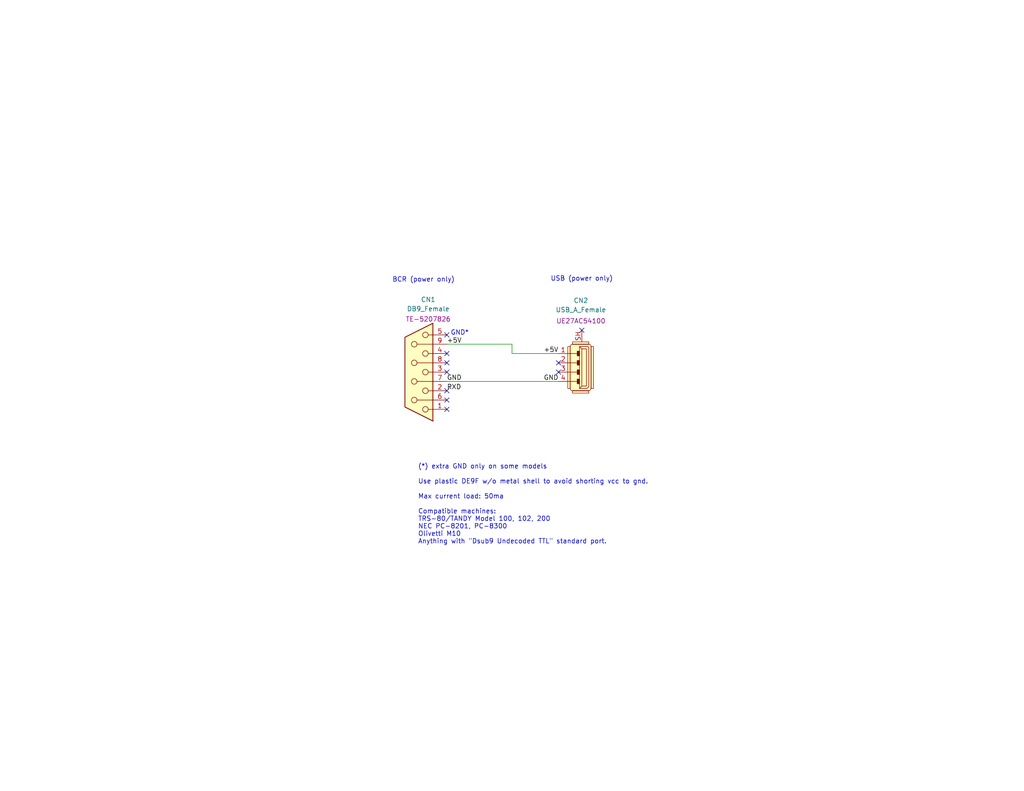
<source format=kicad_sch>
(kicad_sch (version 20231120) (generator "eeschema") (generator_version "8.0")
  (paper "USLetter")
  (title_block (title "BCR_USB_PWR") (date "2025-03-23") (rev "002") (company "Brian K. White") (comment 1 "CC-BY-SA") (comment 2 "Adapter to provide 5v USB power from the BCR port of a TRS-80 Model 100."))
  (lib_symbols
    (symbol "0_LOCAL:DB9_Female" (pin_names (offset 1.016) hide)
      (property "Reference" "J" (at 0 13.97 0))
      (property "Value" "DB9_Female" (at 0 -14.605 0))
      (symbol "DB9_Female_0_1"
        (circle (center -1.778 -10.16) (radius 0.762))
        (circle (center -1.778 -5.08) (radius 0.762))
        (circle (center -1.778 0) (radius 0.762))
        (circle (center -1.778 5.08) (radius 0.762))
        (circle (center -1.778 10.16) (radius 0.762))
        (polyline (pts (xy -3.81 -10.16) (xy -2.54 -10.16)))
        (polyline (pts (xy -3.81 -7.62) (xy 0.508 -7.62)))
        (polyline (pts (xy -3.81 -5.08) (xy -2.54 -5.08)))
        (polyline (pts (xy -3.81 -2.54) (xy 0.508 -2.54)))
        (polyline (pts (xy -3.81 0) (xy -2.54 0)))
        (polyline (pts (xy -3.81 2.54) (xy 0.508 2.54)))
        (polyline (pts (xy -3.81 5.08) (xy -2.54 5.08)))
        (polyline (pts (xy -3.81 7.62) (xy 0.508 7.62)))
        (polyline (pts (xy -3.81 10.16) (xy -2.54 10.16)))
        (polyline (pts (xy -3.81 13.335) (xy -3.81 -13.335) (xy 3.81 -9.525) (xy 3.81 9.525) (xy -3.81 13.335)) (stroke (width 0.254)) (fill (type background)))
        (circle (center 1.27 -7.62) (radius 0.762))
        (circle (center 1.27 -2.54) (radius 0.762))
        (circle (center 1.27 2.54) (radius 0.762))
        (circle (center 1.27 7.62) (radius 0.762))
      )
      (symbol "DB9_Female_1_1"
        (pin passive line (at -7.62 10.16 0) (length 3.81) (name "1") (number "1"))
        (pin passive line (at -7.62 5.08 0) (length 3.81) (name "2") (number "2"))
        (pin passive line (at -7.62 0 0) (length 3.81) (name "3") (number "3"))
        (pin passive line (at -7.62 -5.08 0) (length 3.81) (name "4") (number "4"))
        (pin passive line (at -7.62 -10.16 0) (length 3.81) (name "5") (number "5"))
        (pin passive line (at -7.62 7.62 0) (length 3.81) (name "6") (number "6"))
        (pin passive line (at -7.62 2.54 0) (length 3.81) (name "7") (number "7"))
        (pin passive line (at -7.62 -2.54 0) (length 3.81) (name "8") (number "8"))
        (pin passive line (at -7.62 -7.62 0) (length 3.81) (name "9") (number "9"))
      )
    )
    (symbol "0_LOCAL:USB_A_Female" (pin_names (offset 1.016))
      (property "Reference" "J" (at 1.27 12.954 0))
      (property "Value" "USB_A_Female" (at 1.524 10.414 0))
      (symbol "USB_A_Female_0_1"
        (rectangle (start -1.27 -4.445) (end -1.905 6.985) (fill (type background)))
        (polyline (pts (xy 1.27 -3.81) (xy 1.905 -4.445)))
        (polyline (pts (xy 1.27 6.35) (xy 1.905 6.985)))
        (polyline (pts (xy 5.08 -2.54) (xy 2.54 -2.54)))
        (polyline (pts (xy 5.08 0) (xy 2.54 0)))
        (polyline (pts (xy 5.08 2.54) (xy 2.54 2.54)))
        (polyline (pts (xy 5.08 5.08) (xy 2.54 5.08)))
        (polyline (pts (xy -0.635 6.35) (xy -0.635 -3.81) (xy -0.635 -3.9878) (xy -0.6096 -4.1148) (xy -0.5588 -4.2926) (xy -0.4064 -4.4196) (xy -0.2286 -4.445) (xy -0.127 -4.4196) (xy -0.0762 -4.445) (xy -0.0508 -4.4196) (xy 0 -4.445) (xy 1.905 -4.445) (xy 1.905 6.985) (xy 0 6.985) (xy -0.1778 6.9088) (xy -0.4064 6.7818) (xy -0.508 6.6802) (xy -0.5842 6.5786) (xy -0.635 6.35)))
        (polyline (pts (xy -0.635 -5.08) (xy 3.81 -5.08) (xy 3.9624 -5.0292) (xy 4.1656 -4.953) (xy 4.2672 -4.8006) (xy 4.3688 -4.699) (xy 4.3942 -4.5466) (xy 4.445 -4.445) (xy 4.445 6.985) (xy 4.4196 7.0866) (xy 4.4196 7.112) (xy 4.3942 7.2644) (xy 4.2418 7.4676) (xy 4.064 7.5946) (xy 3.81 7.62) (xy -0.635 7.62) (xy -0.8128 7.5692) (xy -1.1176 7.3406) (xy -1.2192 7.1374) (xy -1.27 6.985) (xy -1.27 -4.445) (xy -1.2192 -4.6736) (xy -1.0668 -4.9022) (xy -0.9144 -5.0292) (xy -0.635 -5.08)) (fill (type background)))
        (rectangle (start 1.27 6.35) (end 0 -3.81))
        (rectangle (start 2.54 -1.905) (end 1.905 -3.175) (fill (type outline)))
        (rectangle (start 2.54 0.635) (end 1.905 -0.635) (fill (type outline)))
        (rectangle (start 2.54 3.175) (end 1.905 1.905) (fill (type outline)))
        (rectangle (start 2.54 4.445) (end 1.905 5.715) (fill (type outline)))
        (rectangle (start 3.81 -5.08) (end -0.635 -5.715) (fill (type background)))
        (rectangle (start 3.81 7.62) (end -0.635 8.255) (fill (type background)))
        (rectangle (start 4.445 6.985) (end 5.08 -4.445) (fill (type background)))
      )
      (symbol "USB_A_Female_1_1"
        (pin passive line (at 7.62 -2.54 180) (length 2.54) (name "~") (number "1"))
        (pin passive line (at 7.62 0 180) (length 2.54) (name "~") (number "2"))
        (pin passive line (at 7.62 2.54 180) (length 2.54) (name "~") (number "3"))
        (pin passive line (at 7.62 5.08 180) (length 2.54) (name "~") (number "4"))
        (pin passive line (at 1.27 -8.89 90) (length 3.175) (name "~") (number "SH"))
      )
    )
  )
  (no_connect (at 121.92 91.44))
  (no_connect (at 121.92 111.76))
  (no_connect (at 152.4 101.6))
  (no_connect (at 121.92 101.6))
  (no_connect (at 121.92 96.52))
  (no_connect (at 121.92 109.22))
  (no_connect (at 158.75 90.17))
  (no_connect (at 121.92 106.68))
  (no_connect (at 152.4 99.06))
  (no_connect (at 121.92 99.06))
  (wire (pts (xy 139.7 93.98) (xy 139.7 96.52)))
  (wire (pts (xy 121.92 104.14) (xy 152.4 104.14)))
  (wire (pts (xy 121.92 93.98) (xy 139.7 93.98)))
  (wire (pts (xy 139.7 96.52) (xy 152.4 96.52)))
  (text "BCR (power only)" (at 115.57 76.454 0) (effects (font (size 1.27 1.27))))
  (text "USB (power only)" (at 158.75 76.2 0) (effects (font (size 1.27 1.27))))
  (text "(*) extra GND only on some models\n\nUse plastic DE9F w/o metal shell to avoid shorting vcc to gnd.\n\nMax current load: 50ma\n\nCompatible machines:\nTRS-80/TANDY Model 100, 102, 200\nNEC PC-8201, PC-8300\nOlivetti M10\nAnything with \"Dsub9 Undecoded TTL\" standard port." (at 114.046 126.746 0) (effects (font (size 1.27 1.27)) (justify left top)))
  (text "GND*" (at 122.936 91.694 0) (effects (font (size 1.27 1.27)) (justify left bottom)))
  (label "+5V" (at 121.92 93.98 0))
  (label "GND" (at 121.92 104.14 0))
  (label "RXD" (at 121.92 106.68 0))
  (label "+5V" (at 152.4 96.52 180))
  (label "GND" (at 152.4 104.14 180))
  (symbol (lib_id "0_LOCAL:USB_A_Female") (at 160.02 99.06 180) (unit 1)
    (property "Reference" "CN2" (at 158.496 82.042 0))
    (property "Value" "USB_A_Female" (at 158.496 84.582 0))
    (property "Footprint" "0_LOCAL:USB_A_Female_UE27AC54100_cut" (effects (hide yes)))
    (property "Datasheet" "datasheets/pue27acx4x0x.pdf" (effects (hide yes)))
    (property "Description" "CONN RCPT USB2.0 TYPEA 4POS R/A" (effects (hide yes)))
    (property "MPN" "UE27AC54100" (at 158.496 87.63 0))
  )
  (symbol (lib_id "0_LOCAL:DB9_Female") (at 114.3 101.6 180) (unit 1)
    (property "Reference" "CN1" (at 116.84 81.788 0))
    (property "Value" "DB9_Female" (at 116.84 84.328 0))
    (property "Footprint" "0_LOCAL:TE-5207826_cut" (effects (hide yes)))
    (property "Datasheet" "datasheets/5207826.pdf" (effects (hide yes)))
    (property "Description" "DE9 female vertical THT non-conductive" (effects (hide yes)))
    (property "MPN" "TE-5207826" (at 116.84 87.122 0))
  )
)
</source>
